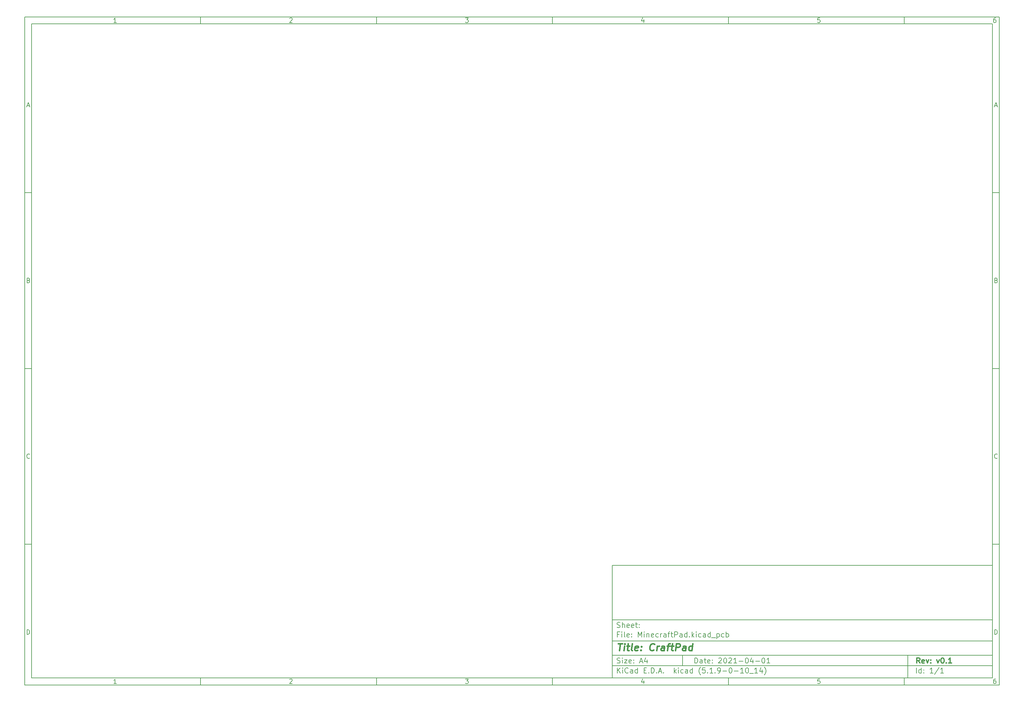
<source format=gbr>
%TF.GenerationSoftware,KiCad,Pcbnew,(5.1.9-0-10_14)*%
%TF.CreationDate,2021-04-02T00:26:10+08:00*%
%TF.ProjectId,MinecraftPad,4d696e65-6372-4616-9674-5061642e6b69,v0.1*%
%TF.SameCoordinates,Original*%
%TF.FileFunction,Other,ECO1*%
%FSLAX46Y46*%
G04 Gerber Fmt 4.6, Leading zero omitted, Abs format (unit mm)*
G04 Created by KiCad (PCBNEW (5.1.9-0-10_14)) date 2021-04-02 00:26:10*
%MOMM*%
%LPD*%
G01*
G04 APERTURE LIST*
%ADD10C,0.100000*%
%ADD11C,0.150000*%
%ADD12C,0.300000*%
%ADD13C,0.400000*%
G04 APERTURE END LIST*
D10*
D11*
X177002200Y-166007200D02*
X177002200Y-198007200D01*
X285002200Y-198007200D01*
X285002200Y-166007200D01*
X177002200Y-166007200D01*
D10*
D11*
X10000000Y-10000000D02*
X10000000Y-200007200D01*
X287002200Y-200007200D01*
X287002200Y-10000000D01*
X10000000Y-10000000D01*
D10*
D11*
X12000000Y-12000000D02*
X12000000Y-198007200D01*
X285002200Y-198007200D01*
X285002200Y-12000000D01*
X12000000Y-12000000D01*
D10*
D11*
X60000000Y-12000000D02*
X60000000Y-10000000D01*
D10*
D11*
X110000000Y-12000000D02*
X110000000Y-10000000D01*
D10*
D11*
X160000000Y-12000000D02*
X160000000Y-10000000D01*
D10*
D11*
X210000000Y-12000000D02*
X210000000Y-10000000D01*
D10*
D11*
X260000000Y-12000000D02*
X260000000Y-10000000D01*
D10*
D11*
X36065476Y-11588095D02*
X35322619Y-11588095D01*
X35694047Y-11588095D02*
X35694047Y-10288095D01*
X35570238Y-10473809D01*
X35446428Y-10597619D01*
X35322619Y-10659523D01*
D10*
D11*
X85322619Y-10411904D02*
X85384523Y-10350000D01*
X85508333Y-10288095D01*
X85817857Y-10288095D01*
X85941666Y-10350000D01*
X86003571Y-10411904D01*
X86065476Y-10535714D01*
X86065476Y-10659523D01*
X86003571Y-10845238D01*
X85260714Y-11588095D01*
X86065476Y-11588095D01*
D10*
D11*
X135260714Y-10288095D02*
X136065476Y-10288095D01*
X135632142Y-10783333D01*
X135817857Y-10783333D01*
X135941666Y-10845238D01*
X136003571Y-10907142D01*
X136065476Y-11030952D01*
X136065476Y-11340476D01*
X136003571Y-11464285D01*
X135941666Y-11526190D01*
X135817857Y-11588095D01*
X135446428Y-11588095D01*
X135322619Y-11526190D01*
X135260714Y-11464285D01*
D10*
D11*
X185941666Y-10721428D02*
X185941666Y-11588095D01*
X185632142Y-10226190D02*
X185322619Y-11154761D01*
X186127380Y-11154761D01*
D10*
D11*
X236003571Y-10288095D02*
X235384523Y-10288095D01*
X235322619Y-10907142D01*
X235384523Y-10845238D01*
X235508333Y-10783333D01*
X235817857Y-10783333D01*
X235941666Y-10845238D01*
X236003571Y-10907142D01*
X236065476Y-11030952D01*
X236065476Y-11340476D01*
X236003571Y-11464285D01*
X235941666Y-11526190D01*
X235817857Y-11588095D01*
X235508333Y-11588095D01*
X235384523Y-11526190D01*
X235322619Y-11464285D01*
D10*
D11*
X285941666Y-10288095D02*
X285694047Y-10288095D01*
X285570238Y-10350000D01*
X285508333Y-10411904D01*
X285384523Y-10597619D01*
X285322619Y-10845238D01*
X285322619Y-11340476D01*
X285384523Y-11464285D01*
X285446428Y-11526190D01*
X285570238Y-11588095D01*
X285817857Y-11588095D01*
X285941666Y-11526190D01*
X286003571Y-11464285D01*
X286065476Y-11340476D01*
X286065476Y-11030952D01*
X286003571Y-10907142D01*
X285941666Y-10845238D01*
X285817857Y-10783333D01*
X285570238Y-10783333D01*
X285446428Y-10845238D01*
X285384523Y-10907142D01*
X285322619Y-11030952D01*
D10*
D11*
X60000000Y-198007200D02*
X60000000Y-200007200D01*
D10*
D11*
X110000000Y-198007200D02*
X110000000Y-200007200D01*
D10*
D11*
X160000000Y-198007200D02*
X160000000Y-200007200D01*
D10*
D11*
X210000000Y-198007200D02*
X210000000Y-200007200D01*
D10*
D11*
X260000000Y-198007200D02*
X260000000Y-200007200D01*
D10*
D11*
X36065476Y-199595295D02*
X35322619Y-199595295D01*
X35694047Y-199595295D02*
X35694047Y-198295295D01*
X35570238Y-198481009D01*
X35446428Y-198604819D01*
X35322619Y-198666723D01*
D10*
D11*
X85322619Y-198419104D02*
X85384523Y-198357200D01*
X85508333Y-198295295D01*
X85817857Y-198295295D01*
X85941666Y-198357200D01*
X86003571Y-198419104D01*
X86065476Y-198542914D01*
X86065476Y-198666723D01*
X86003571Y-198852438D01*
X85260714Y-199595295D01*
X86065476Y-199595295D01*
D10*
D11*
X135260714Y-198295295D02*
X136065476Y-198295295D01*
X135632142Y-198790533D01*
X135817857Y-198790533D01*
X135941666Y-198852438D01*
X136003571Y-198914342D01*
X136065476Y-199038152D01*
X136065476Y-199347676D01*
X136003571Y-199471485D01*
X135941666Y-199533390D01*
X135817857Y-199595295D01*
X135446428Y-199595295D01*
X135322619Y-199533390D01*
X135260714Y-199471485D01*
D10*
D11*
X185941666Y-198728628D02*
X185941666Y-199595295D01*
X185632142Y-198233390D02*
X185322619Y-199161961D01*
X186127380Y-199161961D01*
D10*
D11*
X236003571Y-198295295D02*
X235384523Y-198295295D01*
X235322619Y-198914342D01*
X235384523Y-198852438D01*
X235508333Y-198790533D01*
X235817857Y-198790533D01*
X235941666Y-198852438D01*
X236003571Y-198914342D01*
X236065476Y-199038152D01*
X236065476Y-199347676D01*
X236003571Y-199471485D01*
X235941666Y-199533390D01*
X235817857Y-199595295D01*
X235508333Y-199595295D01*
X235384523Y-199533390D01*
X235322619Y-199471485D01*
D10*
D11*
X285941666Y-198295295D02*
X285694047Y-198295295D01*
X285570238Y-198357200D01*
X285508333Y-198419104D01*
X285384523Y-198604819D01*
X285322619Y-198852438D01*
X285322619Y-199347676D01*
X285384523Y-199471485D01*
X285446428Y-199533390D01*
X285570238Y-199595295D01*
X285817857Y-199595295D01*
X285941666Y-199533390D01*
X286003571Y-199471485D01*
X286065476Y-199347676D01*
X286065476Y-199038152D01*
X286003571Y-198914342D01*
X285941666Y-198852438D01*
X285817857Y-198790533D01*
X285570238Y-198790533D01*
X285446428Y-198852438D01*
X285384523Y-198914342D01*
X285322619Y-199038152D01*
D10*
D11*
X10000000Y-60000000D02*
X12000000Y-60000000D01*
D10*
D11*
X10000000Y-110000000D02*
X12000000Y-110000000D01*
D10*
D11*
X10000000Y-160000000D02*
X12000000Y-160000000D01*
D10*
D11*
X10690476Y-35216666D02*
X11309523Y-35216666D01*
X10566666Y-35588095D02*
X11000000Y-34288095D01*
X11433333Y-35588095D01*
D10*
D11*
X11092857Y-84907142D02*
X11278571Y-84969047D01*
X11340476Y-85030952D01*
X11402380Y-85154761D01*
X11402380Y-85340476D01*
X11340476Y-85464285D01*
X11278571Y-85526190D01*
X11154761Y-85588095D01*
X10659523Y-85588095D01*
X10659523Y-84288095D01*
X11092857Y-84288095D01*
X11216666Y-84350000D01*
X11278571Y-84411904D01*
X11340476Y-84535714D01*
X11340476Y-84659523D01*
X11278571Y-84783333D01*
X11216666Y-84845238D01*
X11092857Y-84907142D01*
X10659523Y-84907142D01*
D10*
D11*
X11402380Y-135464285D02*
X11340476Y-135526190D01*
X11154761Y-135588095D01*
X11030952Y-135588095D01*
X10845238Y-135526190D01*
X10721428Y-135402380D01*
X10659523Y-135278571D01*
X10597619Y-135030952D01*
X10597619Y-134845238D01*
X10659523Y-134597619D01*
X10721428Y-134473809D01*
X10845238Y-134350000D01*
X11030952Y-134288095D01*
X11154761Y-134288095D01*
X11340476Y-134350000D01*
X11402380Y-134411904D01*
D10*
D11*
X10659523Y-185588095D02*
X10659523Y-184288095D01*
X10969047Y-184288095D01*
X11154761Y-184350000D01*
X11278571Y-184473809D01*
X11340476Y-184597619D01*
X11402380Y-184845238D01*
X11402380Y-185030952D01*
X11340476Y-185278571D01*
X11278571Y-185402380D01*
X11154761Y-185526190D01*
X10969047Y-185588095D01*
X10659523Y-185588095D01*
D10*
D11*
X287002200Y-60000000D02*
X285002200Y-60000000D01*
D10*
D11*
X287002200Y-110000000D02*
X285002200Y-110000000D01*
D10*
D11*
X287002200Y-160000000D02*
X285002200Y-160000000D01*
D10*
D11*
X285692676Y-35216666D02*
X286311723Y-35216666D01*
X285568866Y-35588095D02*
X286002200Y-34288095D01*
X286435533Y-35588095D01*
D10*
D11*
X286095057Y-84907142D02*
X286280771Y-84969047D01*
X286342676Y-85030952D01*
X286404580Y-85154761D01*
X286404580Y-85340476D01*
X286342676Y-85464285D01*
X286280771Y-85526190D01*
X286156961Y-85588095D01*
X285661723Y-85588095D01*
X285661723Y-84288095D01*
X286095057Y-84288095D01*
X286218866Y-84350000D01*
X286280771Y-84411904D01*
X286342676Y-84535714D01*
X286342676Y-84659523D01*
X286280771Y-84783333D01*
X286218866Y-84845238D01*
X286095057Y-84907142D01*
X285661723Y-84907142D01*
D10*
D11*
X286404580Y-135464285D02*
X286342676Y-135526190D01*
X286156961Y-135588095D01*
X286033152Y-135588095D01*
X285847438Y-135526190D01*
X285723628Y-135402380D01*
X285661723Y-135278571D01*
X285599819Y-135030952D01*
X285599819Y-134845238D01*
X285661723Y-134597619D01*
X285723628Y-134473809D01*
X285847438Y-134350000D01*
X286033152Y-134288095D01*
X286156961Y-134288095D01*
X286342676Y-134350000D01*
X286404580Y-134411904D01*
D10*
D11*
X285661723Y-185588095D02*
X285661723Y-184288095D01*
X285971247Y-184288095D01*
X286156961Y-184350000D01*
X286280771Y-184473809D01*
X286342676Y-184597619D01*
X286404580Y-184845238D01*
X286404580Y-185030952D01*
X286342676Y-185278571D01*
X286280771Y-185402380D01*
X286156961Y-185526190D01*
X285971247Y-185588095D01*
X285661723Y-185588095D01*
D10*
D11*
X200434342Y-193785771D02*
X200434342Y-192285771D01*
X200791485Y-192285771D01*
X201005771Y-192357200D01*
X201148628Y-192500057D01*
X201220057Y-192642914D01*
X201291485Y-192928628D01*
X201291485Y-193142914D01*
X201220057Y-193428628D01*
X201148628Y-193571485D01*
X201005771Y-193714342D01*
X200791485Y-193785771D01*
X200434342Y-193785771D01*
X202577200Y-193785771D02*
X202577200Y-193000057D01*
X202505771Y-192857200D01*
X202362914Y-192785771D01*
X202077200Y-192785771D01*
X201934342Y-192857200D01*
X202577200Y-193714342D02*
X202434342Y-193785771D01*
X202077200Y-193785771D01*
X201934342Y-193714342D01*
X201862914Y-193571485D01*
X201862914Y-193428628D01*
X201934342Y-193285771D01*
X202077200Y-193214342D01*
X202434342Y-193214342D01*
X202577200Y-193142914D01*
X203077200Y-192785771D02*
X203648628Y-192785771D01*
X203291485Y-192285771D02*
X203291485Y-193571485D01*
X203362914Y-193714342D01*
X203505771Y-193785771D01*
X203648628Y-193785771D01*
X204720057Y-193714342D02*
X204577200Y-193785771D01*
X204291485Y-193785771D01*
X204148628Y-193714342D01*
X204077200Y-193571485D01*
X204077200Y-193000057D01*
X204148628Y-192857200D01*
X204291485Y-192785771D01*
X204577200Y-192785771D01*
X204720057Y-192857200D01*
X204791485Y-193000057D01*
X204791485Y-193142914D01*
X204077200Y-193285771D01*
X205434342Y-193642914D02*
X205505771Y-193714342D01*
X205434342Y-193785771D01*
X205362914Y-193714342D01*
X205434342Y-193642914D01*
X205434342Y-193785771D01*
X205434342Y-192857200D02*
X205505771Y-192928628D01*
X205434342Y-193000057D01*
X205362914Y-192928628D01*
X205434342Y-192857200D01*
X205434342Y-193000057D01*
X207220057Y-192428628D02*
X207291485Y-192357200D01*
X207434342Y-192285771D01*
X207791485Y-192285771D01*
X207934342Y-192357200D01*
X208005771Y-192428628D01*
X208077200Y-192571485D01*
X208077200Y-192714342D01*
X208005771Y-192928628D01*
X207148628Y-193785771D01*
X208077200Y-193785771D01*
X209005771Y-192285771D02*
X209148628Y-192285771D01*
X209291485Y-192357200D01*
X209362914Y-192428628D01*
X209434342Y-192571485D01*
X209505771Y-192857200D01*
X209505771Y-193214342D01*
X209434342Y-193500057D01*
X209362914Y-193642914D01*
X209291485Y-193714342D01*
X209148628Y-193785771D01*
X209005771Y-193785771D01*
X208862914Y-193714342D01*
X208791485Y-193642914D01*
X208720057Y-193500057D01*
X208648628Y-193214342D01*
X208648628Y-192857200D01*
X208720057Y-192571485D01*
X208791485Y-192428628D01*
X208862914Y-192357200D01*
X209005771Y-192285771D01*
X210077200Y-192428628D02*
X210148628Y-192357200D01*
X210291485Y-192285771D01*
X210648628Y-192285771D01*
X210791485Y-192357200D01*
X210862914Y-192428628D01*
X210934342Y-192571485D01*
X210934342Y-192714342D01*
X210862914Y-192928628D01*
X210005771Y-193785771D01*
X210934342Y-193785771D01*
X212362914Y-193785771D02*
X211505771Y-193785771D01*
X211934342Y-193785771D02*
X211934342Y-192285771D01*
X211791485Y-192500057D01*
X211648628Y-192642914D01*
X211505771Y-192714342D01*
X213005771Y-193214342D02*
X214148628Y-193214342D01*
X215148628Y-192285771D02*
X215291485Y-192285771D01*
X215434342Y-192357200D01*
X215505771Y-192428628D01*
X215577200Y-192571485D01*
X215648628Y-192857200D01*
X215648628Y-193214342D01*
X215577200Y-193500057D01*
X215505771Y-193642914D01*
X215434342Y-193714342D01*
X215291485Y-193785771D01*
X215148628Y-193785771D01*
X215005771Y-193714342D01*
X214934342Y-193642914D01*
X214862914Y-193500057D01*
X214791485Y-193214342D01*
X214791485Y-192857200D01*
X214862914Y-192571485D01*
X214934342Y-192428628D01*
X215005771Y-192357200D01*
X215148628Y-192285771D01*
X216934342Y-192785771D02*
X216934342Y-193785771D01*
X216577200Y-192214342D02*
X216220057Y-193285771D01*
X217148628Y-193285771D01*
X217720057Y-193214342D02*
X218862914Y-193214342D01*
X219862914Y-192285771D02*
X220005771Y-192285771D01*
X220148628Y-192357200D01*
X220220057Y-192428628D01*
X220291485Y-192571485D01*
X220362914Y-192857200D01*
X220362914Y-193214342D01*
X220291485Y-193500057D01*
X220220057Y-193642914D01*
X220148628Y-193714342D01*
X220005771Y-193785771D01*
X219862914Y-193785771D01*
X219720057Y-193714342D01*
X219648628Y-193642914D01*
X219577200Y-193500057D01*
X219505771Y-193214342D01*
X219505771Y-192857200D01*
X219577200Y-192571485D01*
X219648628Y-192428628D01*
X219720057Y-192357200D01*
X219862914Y-192285771D01*
X221791485Y-193785771D02*
X220934342Y-193785771D01*
X221362914Y-193785771D02*
X221362914Y-192285771D01*
X221220057Y-192500057D01*
X221077200Y-192642914D01*
X220934342Y-192714342D01*
D10*
D11*
X177002200Y-194507200D02*
X285002200Y-194507200D01*
D10*
D11*
X178434342Y-196585771D02*
X178434342Y-195085771D01*
X179291485Y-196585771D02*
X178648628Y-195728628D01*
X179291485Y-195085771D02*
X178434342Y-195942914D01*
X179934342Y-196585771D02*
X179934342Y-195585771D01*
X179934342Y-195085771D02*
X179862914Y-195157200D01*
X179934342Y-195228628D01*
X180005771Y-195157200D01*
X179934342Y-195085771D01*
X179934342Y-195228628D01*
X181505771Y-196442914D02*
X181434342Y-196514342D01*
X181220057Y-196585771D01*
X181077200Y-196585771D01*
X180862914Y-196514342D01*
X180720057Y-196371485D01*
X180648628Y-196228628D01*
X180577200Y-195942914D01*
X180577200Y-195728628D01*
X180648628Y-195442914D01*
X180720057Y-195300057D01*
X180862914Y-195157200D01*
X181077200Y-195085771D01*
X181220057Y-195085771D01*
X181434342Y-195157200D01*
X181505771Y-195228628D01*
X182791485Y-196585771D02*
X182791485Y-195800057D01*
X182720057Y-195657200D01*
X182577200Y-195585771D01*
X182291485Y-195585771D01*
X182148628Y-195657200D01*
X182791485Y-196514342D02*
X182648628Y-196585771D01*
X182291485Y-196585771D01*
X182148628Y-196514342D01*
X182077200Y-196371485D01*
X182077200Y-196228628D01*
X182148628Y-196085771D01*
X182291485Y-196014342D01*
X182648628Y-196014342D01*
X182791485Y-195942914D01*
X184148628Y-196585771D02*
X184148628Y-195085771D01*
X184148628Y-196514342D02*
X184005771Y-196585771D01*
X183720057Y-196585771D01*
X183577200Y-196514342D01*
X183505771Y-196442914D01*
X183434342Y-196300057D01*
X183434342Y-195871485D01*
X183505771Y-195728628D01*
X183577200Y-195657200D01*
X183720057Y-195585771D01*
X184005771Y-195585771D01*
X184148628Y-195657200D01*
X186005771Y-195800057D02*
X186505771Y-195800057D01*
X186720057Y-196585771D02*
X186005771Y-196585771D01*
X186005771Y-195085771D01*
X186720057Y-195085771D01*
X187362914Y-196442914D02*
X187434342Y-196514342D01*
X187362914Y-196585771D01*
X187291485Y-196514342D01*
X187362914Y-196442914D01*
X187362914Y-196585771D01*
X188077200Y-196585771D02*
X188077200Y-195085771D01*
X188434342Y-195085771D01*
X188648628Y-195157200D01*
X188791485Y-195300057D01*
X188862914Y-195442914D01*
X188934342Y-195728628D01*
X188934342Y-195942914D01*
X188862914Y-196228628D01*
X188791485Y-196371485D01*
X188648628Y-196514342D01*
X188434342Y-196585771D01*
X188077200Y-196585771D01*
X189577200Y-196442914D02*
X189648628Y-196514342D01*
X189577200Y-196585771D01*
X189505771Y-196514342D01*
X189577200Y-196442914D01*
X189577200Y-196585771D01*
X190220057Y-196157200D02*
X190934342Y-196157200D01*
X190077200Y-196585771D02*
X190577200Y-195085771D01*
X191077200Y-196585771D01*
X191577200Y-196442914D02*
X191648628Y-196514342D01*
X191577200Y-196585771D01*
X191505771Y-196514342D01*
X191577200Y-196442914D01*
X191577200Y-196585771D01*
X194577200Y-196585771D02*
X194577200Y-195085771D01*
X194720057Y-196014342D02*
X195148628Y-196585771D01*
X195148628Y-195585771D02*
X194577200Y-196157200D01*
X195791485Y-196585771D02*
X195791485Y-195585771D01*
X195791485Y-195085771D02*
X195720057Y-195157200D01*
X195791485Y-195228628D01*
X195862914Y-195157200D01*
X195791485Y-195085771D01*
X195791485Y-195228628D01*
X197148628Y-196514342D02*
X197005771Y-196585771D01*
X196720057Y-196585771D01*
X196577200Y-196514342D01*
X196505771Y-196442914D01*
X196434342Y-196300057D01*
X196434342Y-195871485D01*
X196505771Y-195728628D01*
X196577200Y-195657200D01*
X196720057Y-195585771D01*
X197005771Y-195585771D01*
X197148628Y-195657200D01*
X198434342Y-196585771D02*
X198434342Y-195800057D01*
X198362914Y-195657200D01*
X198220057Y-195585771D01*
X197934342Y-195585771D01*
X197791485Y-195657200D01*
X198434342Y-196514342D02*
X198291485Y-196585771D01*
X197934342Y-196585771D01*
X197791485Y-196514342D01*
X197720057Y-196371485D01*
X197720057Y-196228628D01*
X197791485Y-196085771D01*
X197934342Y-196014342D01*
X198291485Y-196014342D01*
X198434342Y-195942914D01*
X199791485Y-196585771D02*
X199791485Y-195085771D01*
X199791485Y-196514342D02*
X199648628Y-196585771D01*
X199362914Y-196585771D01*
X199220057Y-196514342D01*
X199148628Y-196442914D01*
X199077200Y-196300057D01*
X199077200Y-195871485D01*
X199148628Y-195728628D01*
X199220057Y-195657200D01*
X199362914Y-195585771D01*
X199648628Y-195585771D01*
X199791485Y-195657200D01*
X202077200Y-197157200D02*
X202005771Y-197085771D01*
X201862914Y-196871485D01*
X201791485Y-196728628D01*
X201720057Y-196514342D01*
X201648628Y-196157200D01*
X201648628Y-195871485D01*
X201720057Y-195514342D01*
X201791485Y-195300057D01*
X201862914Y-195157200D01*
X202005771Y-194942914D01*
X202077200Y-194871485D01*
X203362914Y-195085771D02*
X202648628Y-195085771D01*
X202577200Y-195800057D01*
X202648628Y-195728628D01*
X202791485Y-195657200D01*
X203148628Y-195657200D01*
X203291485Y-195728628D01*
X203362914Y-195800057D01*
X203434342Y-195942914D01*
X203434342Y-196300057D01*
X203362914Y-196442914D01*
X203291485Y-196514342D01*
X203148628Y-196585771D01*
X202791485Y-196585771D01*
X202648628Y-196514342D01*
X202577200Y-196442914D01*
X204077200Y-196442914D02*
X204148628Y-196514342D01*
X204077200Y-196585771D01*
X204005771Y-196514342D01*
X204077200Y-196442914D01*
X204077200Y-196585771D01*
X205577200Y-196585771D02*
X204720057Y-196585771D01*
X205148628Y-196585771D02*
X205148628Y-195085771D01*
X205005771Y-195300057D01*
X204862914Y-195442914D01*
X204720057Y-195514342D01*
X206220057Y-196442914D02*
X206291485Y-196514342D01*
X206220057Y-196585771D01*
X206148628Y-196514342D01*
X206220057Y-196442914D01*
X206220057Y-196585771D01*
X207005771Y-196585771D02*
X207291485Y-196585771D01*
X207434342Y-196514342D01*
X207505771Y-196442914D01*
X207648628Y-196228628D01*
X207720057Y-195942914D01*
X207720057Y-195371485D01*
X207648628Y-195228628D01*
X207577200Y-195157200D01*
X207434342Y-195085771D01*
X207148628Y-195085771D01*
X207005771Y-195157200D01*
X206934342Y-195228628D01*
X206862914Y-195371485D01*
X206862914Y-195728628D01*
X206934342Y-195871485D01*
X207005771Y-195942914D01*
X207148628Y-196014342D01*
X207434342Y-196014342D01*
X207577200Y-195942914D01*
X207648628Y-195871485D01*
X207720057Y-195728628D01*
X208362914Y-196014342D02*
X209505771Y-196014342D01*
X210505771Y-195085771D02*
X210648628Y-195085771D01*
X210791485Y-195157200D01*
X210862914Y-195228628D01*
X210934342Y-195371485D01*
X211005771Y-195657200D01*
X211005771Y-196014342D01*
X210934342Y-196300057D01*
X210862914Y-196442914D01*
X210791485Y-196514342D01*
X210648628Y-196585771D01*
X210505771Y-196585771D01*
X210362914Y-196514342D01*
X210291485Y-196442914D01*
X210220057Y-196300057D01*
X210148628Y-196014342D01*
X210148628Y-195657200D01*
X210220057Y-195371485D01*
X210291485Y-195228628D01*
X210362914Y-195157200D01*
X210505771Y-195085771D01*
X211648628Y-196014342D02*
X212791485Y-196014342D01*
X214291485Y-196585771D02*
X213434342Y-196585771D01*
X213862914Y-196585771D02*
X213862914Y-195085771D01*
X213720057Y-195300057D01*
X213577200Y-195442914D01*
X213434342Y-195514342D01*
X215220057Y-195085771D02*
X215362914Y-195085771D01*
X215505771Y-195157200D01*
X215577200Y-195228628D01*
X215648628Y-195371485D01*
X215720057Y-195657200D01*
X215720057Y-196014342D01*
X215648628Y-196300057D01*
X215577200Y-196442914D01*
X215505771Y-196514342D01*
X215362914Y-196585771D01*
X215220057Y-196585771D01*
X215077200Y-196514342D01*
X215005771Y-196442914D01*
X214934342Y-196300057D01*
X214862914Y-196014342D01*
X214862914Y-195657200D01*
X214934342Y-195371485D01*
X215005771Y-195228628D01*
X215077200Y-195157200D01*
X215220057Y-195085771D01*
X216005771Y-196728628D02*
X217148628Y-196728628D01*
X218291485Y-196585771D02*
X217434342Y-196585771D01*
X217862914Y-196585771D02*
X217862914Y-195085771D01*
X217720057Y-195300057D01*
X217577200Y-195442914D01*
X217434342Y-195514342D01*
X219577200Y-195585771D02*
X219577200Y-196585771D01*
X219220057Y-195014342D02*
X218862914Y-196085771D01*
X219791485Y-196085771D01*
X220220057Y-197157200D02*
X220291485Y-197085771D01*
X220434342Y-196871485D01*
X220505771Y-196728628D01*
X220577200Y-196514342D01*
X220648628Y-196157200D01*
X220648628Y-195871485D01*
X220577200Y-195514342D01*
X220505771Y-195300057D01*
X220434342Y-195157200D01*
X220291485Y-194942914D01*
X220220057Y-194871485D01*
D10*
D11*
X177002200Y-191507200D02*
X285002200Y-191507200D01*
D10*
D12*
X264411485Y-193785771D02*
X263911485Y-193071485D01*
X263554342Y-193785771D02*
X263554342Y-192285771D01*
X264125771Y-192285771D01*
X264268628Y-192357200D01*
X264340057Y-192428628D01*
X264411485Y-192571485D01*
X264411485Y-192785771D01*
X264340057Y-192928628D01*
X264268628Y-193000057D01*
X264125771Y-193071485D01*
X263554342Y-193071485D01*
X265625771Y-193714342D02*
X265482914Y-193785771D01*
X265197200Y-193785771D01*
X265054342Y-193714342D01*
X264982914Y-193571485D01*
X264982914Y-193000057D01*
X265054342Y-192857200D01*
X265197200Y-192785771D01*
X265482914Y-192785771D01*
X265625771Y-192857200D01*
X265697200Y-193000057D01*
X265697200Y-193142914D01*
X264982914Y-193285771D01*
X266197200Y-192785771D02*
X266554342Y-193785771D01*
X266911485Y-192785771D01*
X267482914Y-193642914D02*
X267554342Y-193714342D01*
X267482914Y-193785771D01*
X267411485Y-193714342D01*
X267482914Y-193642914D01*
X267482914Y-193785771D01*
X267482914Y-192857200D02*
X267554342Y-192928628D01*
X267482914Y-193000057D01*
X267411485Y-192928628D01*
X267482914Y-192857200D01*
X267482914Y-193000057D01*
X269197200Y-192785771D02*
X269554342Y-193785771D01*
X269911485Y-192785771D01*
X270768628Y-192285771D02*
X270911485Y-192285771D01*
X271054342Y-192357200D01*
X271125771Y-192428628D01*
X271197200Y-192571485D01*
X271268628Y-192857200D01*
X271268628Y-193214342D01*
X271197200Y-193500057D01*
X271125771Y-193642914D01*
X271054342Y-193714342D01*
X270911485Y-193785771D01*
X270768628Y-193785771D01*
X270625771Y-193714342D01*
X270554342Y-193642914D01*
X270482914Y-193500057D01*
X270411485Y-193214342D01*
X270411485Y-192857200D01*
X270482914Y-192571485D01*
X270554342Y-192428628D01*
X270625771Y-192357200D01*
X270768628Y-192285771D01*
X271911485Y-193642914D02*
X271982914Y-193714342D01*
X271911485Y-193785771D01*
X271840057Y-193714342D01*
X271911485Y-193642914D01*
X271911485Y-193785771D01*
X273411485Y-193785771D02*
X272554342Y-193785771D01*
X272982914Y-193785771D02*
X272982914Y-192285771D01*
X272840057Y-192500057D01*
X272697200Y-192642914D01*
X272554342Y-192714342D01*
D10*
D11*
X178362914Y-193714342D02*
X178577200Y-193785771D01*
X178934342Y-193785771D01*
X179077200Y-193714342D01*
X179148628Y-193642914D01*
X179220057Y-193500057D01*
X179220057Y-193357200D01*
X179148628Y-193214342D01*
X179077200Y-193142914D01*
X178934342Y-193071485D01*
X178648628Y-193000057D01*
X178505771Y-192928628D01*
X178434342Y-192857200D01*
X178362914Y-192714342D01*
X178362914Y-192571485D01*
X178434342Y-192428628D01*
X178505771Y-192357200D01*
X178648628Y-192285771D01*
X179005771Y-192285771D01*
X179220057Y-192357200D01*
X179862914Y-193785771D02*
X179862914Y-192785771D01*
X179862914Y-192285771D02*
X179791485Y-192357200D01*
X179862914Y-192428628D01*
X179934342Y-192357200D01*
X179862914Y-192285771D01*
X179862914Y-192428628D01*
X180434342Y-192785771D02*
X181220057Y-192785771D01*
X180434342Y-193785771D01*
X181220057Y-193785771D01*
X182362914Y-193714342D02*
X182220057Y-193785771D01*
X181934342Y-193785771D01*
X181791485Y-193714342D01*
X181720057Y-193571485D01*
X181720057Y-193000057D01*
X181791485Y-192857200D01*
X181934342Y-192785771D01*
X182220057Y-192785771D01*
X182362914Y-192857200D01*
X182434342Y-193000057D01*
X182434342Y-193142914D01*
X181720057Y-193285771D01*
X183077200Y-193642914D02*
X183148628Y-193714342D01*
X183077200Y-193785771D01*
X183005771Y-193714342D01*
X183077200Y-193642914D01*
X183077200Y-193785771D01*
X183077200Y-192857200D02*
X183148628Y-192928628D01*
X183077200Y-193000057D01*
X183005771Y-192928628D01*
X183077200Y-192857200D01*
X183077200Y-193000057D01*
X184862914Y-193357200D02*
X185577200Y-193357200D01*
X184720057Y-193785771D02*
X185220057Y-192285771D01*
X185720057Y-193785771D01*
X186862914Y-192785771D02*
X186862914Y-193785771D01*
X186505771Y-192214342D02*
X186148628Y-193285771D01*
X187077200Y-193285771D01*
D10*
D11*
X263434342Y-196585771D02*
X263434342Y-195085771D01*
X264791485Y-196585771D02*
X264791485Y-195085771D01*
X264791485Y-196514342D02*
X264648628Y-196585771D01*
X264362914Y-196585771D01*
X264220057Y-196514342D01*
X264148628Y-196442914D01*
X264077200Y-196300057D01*
X264077200Y-195871485D01*
X264148628Y-195728628D01*
X264220057Y-195657200D01*
X264362914Y-195585771D01*
X264648628Y-195585771D01*
X264791485Y-195657200D01*
X265505771Y-196442914D02*
X265577200Y-196514342D01*
X265505771Y-196585771D01*
X265434342Y-196514342D01*
X265505771Y-196442914D01*
X265505771Y-196585771D01*
X265505771Y-195657200D02*
X265577200Y-195728628D01*
X265505771Y-195800057D01*
X265434342Y-195728628D01*
X265505771Y-195657200D01*
X265505771Y-195800057D01*
X268148628Y-196585771D02*
X267291485Y-196585771D01*
X267720057Y-196585771D02*
X267720057Y-195085771D01*
X267577200Y-195300057D01*
X267434342Y-195442914D01*
X267291485Y-195514342D01*
X269862914Y-195014342D02*
X268577200Y-196942914D01*
X271148628Y-196585771D02*
X270291485Y-196585771D01*
X270720057Y-196585771D02*
X270720057Y-195085771D01*
X270577200Y-195300057D01*
X270434342Y-195442914D01*
X270291485Y-195514342D01*
D10*
D11*
X177002200Y-187507200D02*
X285002200Y-187507200D01*
D10*
D13*
X178714580Y-188211961D02*
X179857438Y-188211961D01*
X179036009Y-190211961D02*
X179286009Y-188211961D01*
X180274104Y-190211961D02*
X180440771Y-188878628D01*
X180524104Y-188211961D02*
X180416961Y-188307200D01*
X180500295Y-188402438D01*
X180607438Y-188307200D01*
X180524104Y-188211961D01*
X180500295Y-188402438D01*
X181107438Y-188878628D02*
X181869342Y-188878628D01*
X181476485Y-188211961D02*
X181262200Y-189926247D01*
X181333628Y-190116723D01*
X181512200Y-190211961D01*
X181702676Y-190211961D01*
X182655057Y-190211961D02*
X182476485Y-190116723D01*
X182405057Y-189926247D01*
X182619342Y-188211961D01*
X184190771Y-190116723D02*
X183988390Y-190211961D01*
X183607438Y-190211961D01*
X183428866Y-190116723D01*
X183357438Y-189926247D01*
X183452676Y-189164342D01*
X183571723Y-188973866D01*
X183774104Y-188878628D01*
X184155057Y-188878628D01*
X184333628Y-188973866D01*
X184405057Y-189164342D01*
X184381247Y-189354819D01*
X183405057Y-189545295D01*
X185155057Y-190021485D02*
X185238390Y-190116723D01*
X185131247Y-190211961D01*
X185047914Y-190116723D01*
X185155057Y-190021485D01*
X185131247Y-190211961D01*
X185286009Y-188973866D02*
X185369342Y-189069104D01*
X185262200Y-189164342D01*
X185178866Y-189069104D01*
X185286009Y-188973866D01*
X185262200Y-189164342D01*
X188774104Y-190021485D02*
X188666961Y-190116723D01*
X188369342Y-190211961D01*
X188178866Y-190211961D01*
X187905057Y-190116723D01*
X187738390Y-189926247D01*
X187666961Y-189735771D01*
X187619342Y-189354819D01*
X187655057Y-189069104D01*
X187797914Y-188688152D01*
X187916961Y-188497676D01*
X188131247Y-188307200D01*
X188428866Y-188211961D01*
X188619342Y-188211961D01*
X188893152Y-188307200D01*
X188976485Y-188402438D01*
X189607438Y-190211961D02*
X189774104Y-188878628D01*
X189726485Y-189259580D02*
X189845533Y-189069104D01*
X189952676Y-188973866D01*
X190155057Y-188878628D01*
X190345533Y-188878628D01*
X191702676Y-190211961D02*
X191833628Y-189164342D01*
X191762200Y-188973866D01*
X191583628Y-188878628D01*
X191202676Y-188878628D01*
X191000295Y-188973866D01*
X191714580Y-190116723D02*
X191512200Y-190211961D01*
X191036009Y-190211961D01*
X190857438Y-190116723D01*
X190786009Y-189926247D01*
X190809819Y-189735771D01*
X190928866Y-189545295D01*
X191131247Y-189450057D01*
X191607438Y-189450057D01*
X191809819Y-189354819D01*
X192536009Y-188878628D02*
X193297914Y-188878628D01*
X192655057Y-190211961D02*
X192869342Y-188497676D01*
X192988390Y-188307200D01*
X193190771Y-188211961D01*
X193381247Y-188211961D01*
X193678866Y-188878628D02*
X194440771Y-188878628D01*
X194047914Y-188211961D02*
X193833628Y-189926247D01*
X193905057Y-190116723D01*
X194083628Y-190211961D01*
X194274104Y-190211961D01*
X194940771Y-190211961D02*
X195190771Y-188211961D01*
X195952676Y-188211961D01*
X196131247Y-188307200D01*
X196214580Y-188402438D01*
X196286009Y-188592914D01*
X196250295Y-188878628D01*
X196131247Y-189069104D01*
X196024104Y-189164342D01*
X195821723Y-189259580D01*
X195059819Y-189259580D01*
X197797914Y-190211961D02*
X197928866Y-189164342D01*
X197857438Y-188973866D01*
X197678866Y-188878628D01*
X197297914Y-188878628D01*
X197095533Y-188973866D01*
X197809819Y-190116723D02*
X197607438Y-190211961D01*
X197131247Y-190211961D01*
X196952676Y-190116723D01*
X196881247Y-189926247D01*
X196905057Y-189735771D01*
X197024104Y-189545295D01*
X197226485Y-189450057D01*
X197702676Y-189450057D01*
X197905057Y-189354819D01*
X199607438Y-190211961D02*
X199857438Y-188211961D01*
X199619342Y-190116723D02*
X199416961Y-190211961D01*
X199036009Y-190211961D01*
X198857438Y-190116723D01*
X198774104Y-190021485D01*
X198702676Y-189831009D01*
X198774104Y-189259580D01*
X198893152Y-189069104D01*
X199000295Y-188973866D01*
X199202676Y-188878628D01*
X199583628Y-188878628D01*
X199762200Y-188973866D01*
D10*
D11*
X178934342Y-185600057D02*
X178434342Y-185600057D01*
X178434342Y-186385771D02*
X178434342Y-184885771D01*
X179148628Y-184885771D01*
X179720057Y-186385771D02*
X179720057Y-185385771D01*
X179720057Y-184885771D02*
X179648628Y-184957200D01*
X179720057Y-185028628D01*
X179791485Y-184957200D01*
X179720057Y-184885771D01*
X179720057Y-185028628D01*
X180648628Y-186385771D02*
X180505771Y-186314342D01*
X180434342Y-186171485D01*
X180434342Y-184885771D01*
X181791485Y-186314342D02*
X181648628Y-186385771D01*
X181362914Y-186385771D01*
X181220057Y-186314342D01*
X181148628Y-186171485D01*
X181148628Y-185600057D01*
X181220057Y-185457200D01*
X181362914Y-185385771D01*
X181648628Y-185385771D01*
X181791485Y-185457200D01*
X181862914Y-185600057D01*
X181862914Y-185742914D01*
X181148628Y-185885771D01*
X182505771Y-186242914D02*
X182577200Y-186314342D01*
X182505771Y-186385771D01*
X182434342Y-186314342D01*
X182505771Y-186242914D01*
X182505771Y-186385771D01*
X182505771Y-185457200D02*
X182577200Y-185528628D01*
X182505771Y-185600057D01*
X182434342Y-185528628D01*
X182505771Y-185457200D01*
X182505771Y-185600057D01*
X184362914Y-186385771D02*
X184362914Y-184885771D01*
X184862914Y-185957200D01*
X185362914Y-184885771D01*
X185362914Y-186385771D01*
X186077200Y-186385771D02*
X186077200Y-185385771D01*
X186077200Y-184885771D02*
X186005771Y-184957200D01*
X186077200Y-185028628D01*
X186148628Y-184957200D01*
X186077200Y-184885771D01*
X186077200Y-185028628D01*
X186791485Y-185385771D02*
X186791485Y-186385771D01*
X186791485Y-185528628D02*
X186862914Y-185457200D01*
X187005771Y-185385771D01*
X187220057Y-185385771D01*
X187362914Y-185457200D01*
X187434342Y-185600057D01*
X187434342Y-186385771D01*
X188720057Y-186314342D02*
X188577200Y-186385771D01*
X188291485Y-186385771D01*
X188148628Y-186314342D01*
X188077200Y-186171485D01*
X188077200Y-185600057D01*
X188148628Y-185457200D01*
X188291485Y-185385771D01*
X188577200Y-185385771D01*
X188720057Y-185457200D01*
X188791485Y-185600057D01*
X188791485Y-185742914D01*
X188077200Y-185885771D01*
X190077200Y-186314342D02*
X189934342Y-186385771D01*
X189648628Y-186385771D01*
X189505771Y-186314342D01*
X189434342Y-186242914D01*
X189362914Y-186100057D01*
X189362914Y-185671485D01*
X189434342Y-185528628D01*
X189505771Y-185457200D01*
X189648628Y-185385771D01*
X189934342Y-185385771D01*
X190077200Y-185457200D01*
X190720057Y-186385771D02*
X190720057Y-185385771D01*
X190720057Y-185671485D02*
X190791485Y-185528628D01*
X190862914Y-185457200D01*
X191005771Y-185385771D01*
X191148628Y-185385771D01*
X192291485Y-186385771D02*
X192291485Y-185600057D01*
X192220057Y-185457200D01*
X192077200Y-185385771D01*
X191791485Y-185385771D01*
X191648628Y-185457200D01*
X192291485Y-186314342D02*
X192148628Y-186385771D01*
X191791485Y-186385771D01*
X191648628Y-186314342D01*
X191577200Y-186171485D01*
X191577200Y-186028628D01*
X191648628Y-185885771D01*
X191791485Y-185814342D01*
X192148628Y-185814342D01*
X192291485Y-185742914D01*
X192791485Y-185385771D02*
X193362914Y-185385771D01*
X193005771Y-186385771D02*
X193005771Y-185100057D01*
X193077200Y-184957200D01*
X193220057Y-184885771D01*
X193362914Y-184885771D01*
X193648628Y-185385771D02*
X194220057Y-185385771D01*
X193862914Y-184885771D02*
X193862914Y-186171485D01*
X193934342Y-186314342D01*
X194077200Y-186385771D01*
X194220057Y-186385771D01*
X194720057Y-186385771D02*
X194720057Y-184885771D01*
X195291485Y-184885771D01*
X195434342Y-184957200D01*
X195505771Y-185028628D01*
X195577200Y-185171485D01*
X195577200Y-185385771D01*
X195505771Y-185528628D01*
X195434342Y-185600057D01*
X195291485Y-185671485D01*
X194720057Y-185671485D01*
X196862914Y-186385771D02*
X196862914Y-185600057D01*
X196791485Y-185457200D01*
X196648628Y-185385771D01*
X196362914Y-185385771D01*
X196220057Y-185457200D01*
X196862914Y-186314342D02*
X196720057Y-186385771D01*
X196362914Y-186385771D01*
X196220057Y-186314342D01*
X196148628Y-186171485D01*
X196148628Y-186028628D01*
X196220057Y-185885771D01*
X196362914Y-185814342D01*
X196720057Y-185814342D01*
X196862914Y-185742914D01*
X198220057Y-186385771D02*
X198220057Y-184885771D01*
X198220057Y-186314342D02*
X198077200Y-186385771D01*
X197791485Y-186385771D01*
X197648628Y-186314342D01*
X197577200Y-186242914D01*
X197505771Y-186100057D01*
X197505771Y-185671485D01*
X197577200Y-185528628D01*
X197648628Y-185457200D01*
X197791485Y-185385771D01*
X198077200Y-185385771D01*
X198220057Y-185457200D01*
X198934342Y-186242914D02*
X199005771Y-186314342D01*
X198934342Y-186385771D01*
X198862914Y-186314342D01*
X198934342Y-186242914D01*
X198934342Y-186385771D01*
X199648628Y-186385771D02*
X199648628Y-184885771D01*
X199791485Y-185814342D02*
X200220057Y-186385771D01*
X200220057Y-185385771D02*
X199648628Y-185957200D01*
X200862914Y-186385771D02*
X200862914Y-185385771D01*
X200862914Y-184885771D02*
X200791485Y-184957200D01*
X200862914Y-185028628D01*
X200934342Y-184957200D01*
X200862914Y-184885771D01*
X200862914Y-185028628D01*
X202220057Y-186314342D02*
X202077200Y-186385771D01*
X201791485Y-186385771D01*
X201648628Y-186314342D01*
X201577200Y-186242914D01*
X201505771Y-186100057D01*
X201505771Y-185671485D01*
X201577200Y-185528628D01*
X201648628Y-185457200D01*
X201791485Y-185385771D01*
X202077200Y-185385771D01*
X202220057Y-185457200D01*
X203505771Y-186385771D02*
X203505771Y-185600057D01*
X203434342Y-185457200D01*
X203291485Y-185385771D01*
X203005771Y-185385771D01*
X202862914Y-185457200D01*
X203505771Y-186314342D02*
X203362914Y-186385771D01*
X203005771Y-186385771D01*
X202862914Y-186314342D01*
X202791485Y-186171485D01*
X202791485Y-186028628D01*
X202862914Y-185885771D01*
X203005771Y-185814342D01*
X203362914Y-185814342D01*
X203505771Y-185742914D01*
X204862914Y-186385771D02*
X204862914Y-184885771D01*
X204862914Y-186314342D02*
X204720057Y-186385771D01*
X204434342Y-186385771D01*
X204291485Y-186314342D01*
X204220057Y-186242914D01*
X204148628Y-186100057D01*
X204148628Y-185671485D01*
X204220057Y-185528628D01*
X204291485Y-185457200D01*
X204434342Y-185385771D01*
X204720057Y-185385771D01*
X204862914Y-185457200D01*
X205220057Y-186528628D02*
X206362914Y-186528628D01*
X206720057Y-185385771D02*
X206720057Y-186885771D01*
X206720057Y-185457200D02*
X206862914Y-185385771D01*
X207148628Y-185385771D01*
X207291485Y-185457200D01*
X207362914Y-185528628D01*
X207434342Y-185671485D01*
X207434342Y-186100057D01*
X207362914Y-186242914D01*
X207291485Y-186314342D01*
X207148628Y-186385771D01*
X206862914Y-186385771D01*
X206720057Y-186314342D01*
X208720057Y-186314342D02*
X208577200Y-186385771D01*
X208291485Y-186385771D01*
X208148628Y-186314342D01*
X208077200Y-186242914D01*
X208005771Y-186100057D01*
X208005771Y-185671485D01*
X208077200Y-185528628D01*
X208148628Y-185457200D01*
X208291485Y-185385771D01*
X208577200Y-185385771D01*
X208720057Y-185457200D01*
X209362914Y-186385771D02*
X209362914Y-184885771D01*
X209362914Y-185457200D02*
X209505771Y-185385771D01*
X209791485Y-185385771D01*
X209934342Y-185457200D01*
X210005771Y-185528628D01*
X210077200Y-185671485D01*
X210077200Y-186100057D01*
X210005771Y-186242914D01*
X209934342Y-186314342D01*
X209791485Y-186385771D01*
X209505771Y-186385771D01*
X209362914Y-186314342D01*
D10*
D11*
X177002200Y-181507200D02*
X285002200Y-181507200D01*
D10*
D11*
X178362914Y-183614342D02*
X178577200Y-183685771D01*
X178934342Y-183685771D01*
X179077200Y-183614342D01*
X179148628Y-183542914D01*
X179220057Y-183400057D01*
X179220057Y-183257200D01*
X179148628Y-183114342D01*
X179077200Y-183042914D01*
X178934342Y-182971485D01*
X178648628Y-182900057D01*
X178505771Y-182828628D01*
X178434342Y-182757200D01*
X178362914Y-182614342D01*
X178362914Y-182471485D01*
X178434342Y-182328628D01*
X178505771Y-182257200D01*
X178648628Y-182185771D01*
X179005771Y-182185771D01*
X179220057Y-182257200D01*
X179862914Y-183685771D02*
X179862914Y-182185771D01*
X180505771Y-183685771D02*
X180505771Y-182900057D01*
X180434342Y-182757200D01*
X180291485Y-182685771D01*
X180077200Y-182685771D01*
X179934342Y-182757200D01*
X179862914Y-182828628D01*
X181791485Y-183614342D02*
X181648628Y-183685771D01*
X181362914Y-183685771D01*
X181220057Y-183614342D01*
X181148628Y-183471485D01*
X181148628Y-182900057D01*
X181220057Y-182757200D01*
X181362914Y-182685771D01*
X181648628Y-182685771D01*
X181791485Y-182757200D01*
X181862914Y-182900057D01*
X181862914Y-183042914D01*
X181148628Y-183185771D01*
X183077200Y-183614342D02*
X182934342Y-183685771D01*
X182648628Y-183685771D01*
X182505771Y-183614342D01*
X182434342Y-183471485D01*
X182434342Y-182900057D01*
X182505771Y-182757200D01*
X182648628Y-182685771D01*
X182934342Y-182685771D01*
X183077200Y-182757200D01*
X183148628Y-182900057D01*
X183148628Y-183042914D01*
X182434342Y-183185771D01*
X183577200Y-182685771D02*
X184148628Y-182685771D01*
X183791485Y-182185771D02*
X183791485Y-183471485D01*
X183862914Y-183614342D01*
X184005771Y-183685771D01*
X184148628Y-183685771D01*
X184648628Y-183542914D02*
X184720057Y-183614342D01*
X184648628Y-183685771D01*
X184577200Y-183614342D01*
X184648628Y-183542914D01*
X184648628Y-183685771D01*
X184648628Y-182757200D02*
X184720057Y-182828628D01*
X184648628Y-182900057D01*
X184577200Y-182828628D01*
X184648628Y-182757200D01*
X184648628Y-182900057D01*
D10*
D11*
X197002200Y-191507200D02*
X197002200Y-194507200D01*
D10*
D11*
X261002200Y-191507200D02*
X261002200Y-198007200D01*
M02*

</source>
